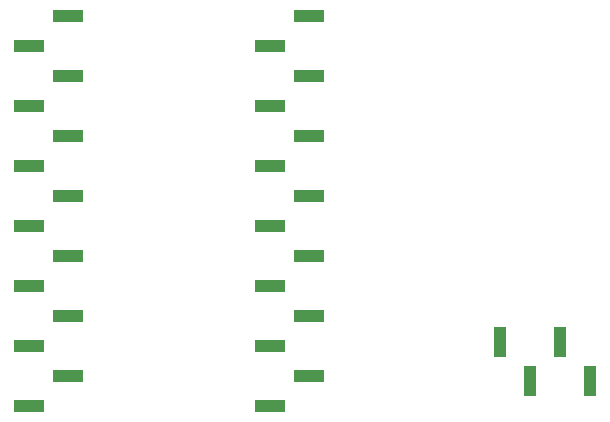
<source format=gbr>
%TF.GenerationSoftware,KiCad,Pcbnew,(6.0.1-0)*%
%TF.CreationDate,2022-09-11T14:38:18-04:00*%
%TF.ProjectId,platter,706c6174-7465-4722-9e6b-696361645f70,rev?*%
%TF.SameCoordinates,Original*%
%TF.FileFunction,Paste,Bot*%
%TF.FilePolarity,Positive*%
%FSLAX46Y46*%
G04 Gerber Fmt 4.6, Leading zero omitted, Abs format (unit mm)*
G04 Created by KiCad (PCBNEW (6.0.1-0)) date 2022-09-11 14:38:18*
%MOMM*%
%LPD*%
G01*
G04 APERTURE LIST*
%ADD10R,2.510000X1.000000*%
%ADD11R,1.000000X2.510000*%
G04 APERTURE END LIST*
D10*
%TO.C,U1*%
X43062500Y-19740000D03*
X39752500Y-22280000D03*
X43062500Y-24820000D03*
X39752500Y-27360000D03*
X43062500Y-29900000D03*
X39752500Y-32440000D03*
X43062500Y-34980000D03*
X39752500Y-37520000D03*
X43062500Y-40060000D03*
X39752500Y-42600000D03*
X43062500Y-45140000D03*
X39752500Y-47680000D03*
X43062500Y-50220000D03*
X39752500Y-52760000D03*
X19372500Y-52760000D03*
X22682500Y-50220000D03*
X19372500Y-47680000D03*
X22682500Y-45140000D03*
X19372500Y-42600000D03*
X22682500Y-40060000D03*
X19372500Y-37520000D03*
X22682500Y-34980000D03*
X19372500Y-32440000D03*
X22682500Y-29900000D03*
X19372500Y-27360000D03*
X22682500Y-24820000D03*
X19372500Y-22280000D03*
X22682500Y-19740000D03*
%TD*%
D11*
%TO.C,J7*%
X59190000Y-47345000D03*
X61730000Y-50655000D03*
X64270000Y-47345000D03*
X66810000Y-50655000D03*
%TD*%
M02*

</source>
